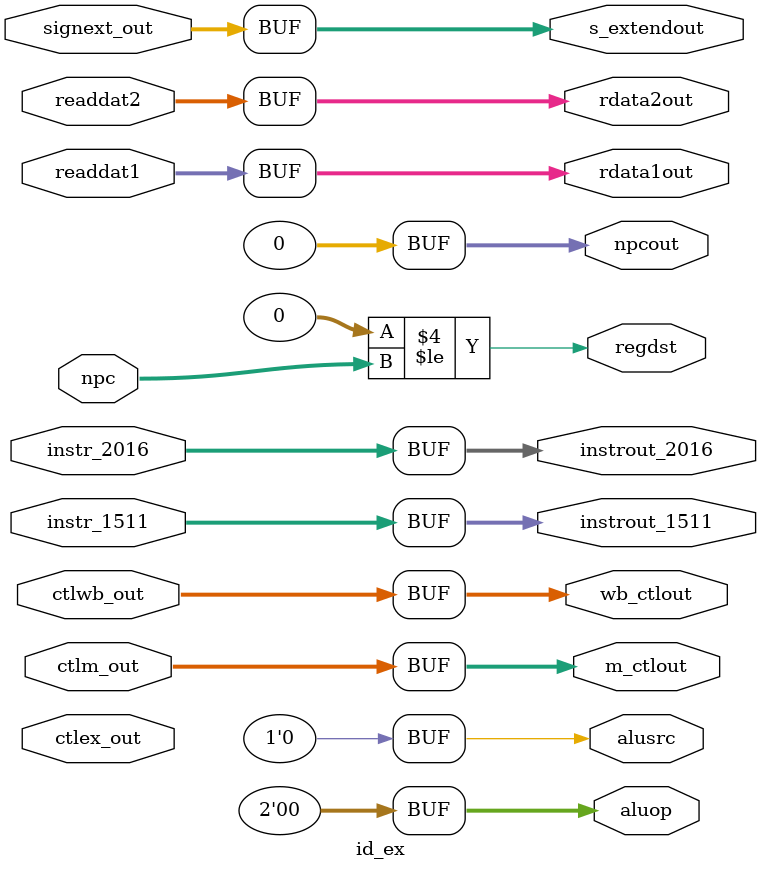
<source format=v>
`timescale 1ns / 1ps

// Description: 

//////////////////////////////////////////////////////////////////////////////////


module id_ex(
        output reg [1:0] wb_ctlout,
        output reg [2:0] m_ctlout,
        output reg [1:0] aluop,
        output reg [31:0] npcout, rdata1out, rdata2out, s_extendout,
        output reg [4:0] instrout_2016, instrout_1511,
        output reg regdst, alusrc,
        
        input wire [1:0] ctlwb_out,
        input wire [2:0] ctlm_out,
        input wire [3:0] ctlex_out,
        input wire [31:0] npc, readdat1, readdat2, signext_out,
        input wire [4:0] instr_2016, instr_1511
    );
    
    initial begin
        wb_ctlout       <= 0; 
        m_ctlout        <= 0;
        regdst          <= 0; 
        aluop           <= 0;
        alusrc          <= 0;
        npcout          <= 0;
        rdata1out       <= 0;
        rdata2out       <= 0;
        s_extendout     <= 0;
        instrout_2016   <= 0;
        instrout_1511   <= 0;
    end

    always@* begin
        #1
        wb_ctlout       <= ctlwb_out;
        m_ctlout        <= ctlm_out;
        regdst          <= 
        aluop           <= 
        alusrc          <= 
        npcout          <= npc;
        rdata1out       <= readdat1;
        rdata2out       <= readdat2;
        s_extendout     <= signext_out;
        instrout_2016   <= instr_2016;
        instrout_1511   <= instr_1511;
    end
endmodule

</source>
